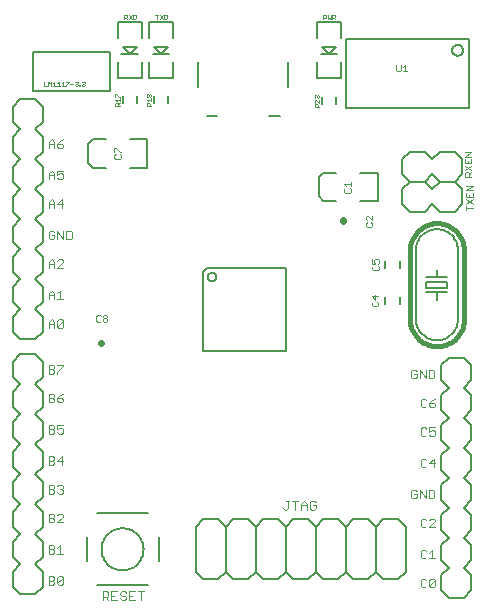
<source format=gto>
G75*
G70*
%OFA0B0*%
%FSLAX24Y24*%
%IPPOS*%
%LPD*%
%AMOC8*
5,1,8,0,0,1.08239X$1,22.5*
%
%ADD10C,0.0030*%
%ADD11C,0.0060*%
%ADD12C,0.0160*%
%ADD13C,0.0020*%
%ADD14C,0.0010*%
%ADD15C,0.0080*%
%ADD16C,0.0220*%
D10*
X001676Y000956D02*
X001821Y000956D01*
X001870Y001004D01*
X001870Y001053D01*
X001821Y001101D01*
X001676Y001101D01*
X001676Y000956D02*
X001676Y001246D01*
X001821Y001246D01*
X001870Y001198D01*
X001870Y001150D01*
X001821Y001101D01*
X001971Y001004D02*
X002164Y001198D01*
X002164Y001004D01*
X002116Y000956D01*
X002019Y000956D01*
X001971Y001004D01*
X001971Y001198D01*
X002019Y001246D01*
X002116Y001246D01*
X002164Y001198D01*
X002164Y001996D02*
X001971Y001996D01*
X002067Y001996D02*
X002067Y002286D01*
X001971Y002190D01*
X001870Y002190D02*
X001821Y002141D01*
X001676Y002141D01*
X001676Y001996D02*
X001821Y001996D01*
X001870Y002044D01*
X001870Y002093D01*
X001821Y002141D01*
X001870Y002190D02*
X001870Y002238D01*
X001821Y002286D01*
X001676Y002286D01*
X001676Y001996D01*
X001676Y003036D02*
X001821Y003036D01*
X001870Y003084D01*
X001870Y003133D01*
X001821Y003181D01*
X001676Y003181D01*
X001676Y003036D02*
X001676Y003326D01*
X001821Y003326D01*
X001870Y003278D01*
X001870Y003230D01*
X001821Y003181D01*
X001971Y003278D02*
X002019Y003326D01*
X002116Y003326D01*
X002164Y003278D01*
X002164Y003230D01*
X001971Y003036D01*
X002164Y003036D01*
X002116Y003996D02*
X002019Y003996D01*
X001971Y004044D01*
X001870Y004044D02*
X001870Y004093D01*
X001821Y004141D01*
X001676Y004141D01*
X001676Y003996D02*
X001821Y003996D01*
X001870Y004044D01*
X001821Y004141D02*
X001870Y004190D01*
X001870Y004238D01*
X001821Y004286D01*
X001676Y004286D01*
X001676Y003996D01*
X001971Y004238D02*
X002019Y004286D01*
X002116Y004286D01*
X002164Y004238D01*
X002164Y004190D01*
X002116Y004141D01*
X002164Y004093D01*
X002164Y004044D01*
X002116Y003996D01*
X002116Y004141D02*
X002067Y004141D01*
X002116Y004956D02*
X002116Y005246D01*
X001971Y005101D01*
X002164Y005101D01*
X001870Y005053D02*
X001870Y005004D01*
X001821Y004956D01*
X001676Y004956D01*
X001676Y005246D01*
X001821Y005246D01*
X001870Y005198D01*
X001870Y005150D01*
X001821Y005101D01*
X001676Y005101D01*
X001821Y005101D02*
X001870Y005053D01*
X001821Y005996D02*
X001676Y005996D01*
X001676Y006286D01*
X001821Y006286D01*
X001870Y006238D01*
X001870Y006190D01*
X001821Y006141D01*
X001676Y006141D01*
X001821Y006141D02*
X001870Y006093D01*
X001870Y006044D01*
X001821Y005996D01*
X001971Y006044D02*
X002019Y005996D01*
X002116Y005996D01*
X002164Y006044D01*
X002164Y006141D01*
X002116Y006190D01*
X002067Y006190D01*
X001971Y006141D01*
X001971Y006286D01*
X002164Y006286D01*
X002116Y007036D02*
X002164Y007084D01*
X002164Y007133D01*
X002116Y007181D01*
X001971Y007181D01*
X001971Y007084D01*
X002019Y007036D01*
X002116Y007036D01*
X001971Y007181D02*
X002067Y007278D01*
X002164Y007326D01*
X001870Y007278D02*
X001870Y007230D01*
X001821Y007181D01*
X001676Y007181D01*
X001676Y007036D02*
X001676Y007326D01*
X001821Y007326D01*
X001870Y007278D01*
X001821Y007181D02*
X001870Y007133D01*
X001870Y007084D01*
X001821Y007036D01*
X001676Y007036D01*
X001676Y007996D02*
X001821Y007996D01*
X001870Y008044D01*
X001870Y008093D01*
X001821Y008141D01*
X001676Y008141D01*
X001676Y007996D02*
X001676Y008286D01*
X001821Y008286D01*
X001870Y008238D01*
X001870Y008190D01*
X001821Y008141D01*
X001971Y008044D02*
X001971Y007996D01*
X001971Y008044D02*
X002164Y008238D01*
X002164Y008286D01*
X001971Y008286D01*
X002019Y009516D02*
X001971Y009564D01*
X002164Y009758D01*
X002164Y009564D01*
X002116Y009516D01*
X002019Y009516D01*
X001971Y009564D02*
X001971Y009758D01*
X002019Y009806D01*
X002116Y009806D01*
X002164Y009758D01*
X001870Y009710D02*
X001870Y009516D01*
X001870Y009661D02*
X001676Y009661D01*
X001676Y009710D02*
X001773Y009806D01*
X001870Y009710D01*
X001676Y009710D02*
X001676Y009516D01*
X001676Y010476D02*
X001676Y010670D01*
X001773Y010766D01*
X001870Y010670D01*
X001870Y010476D01*
X001971Y010476D02*
X002164Y010476D01*
X002067Y010476D02*
X002067Y010766D01*
X001971Y010670D01*
X001870Y010621D02*
X001676Y010621D01*
X001676Y011516D02*
X001676Y011710D01*
X001773Y011806D01*
X001870Y011710D01*
X001870Y011516D01*
X001971Y011516D02*
X002164Y011710D01*
X002164Y011758D01*
X002116Y011806D01*
X002019Y011806D01*
X001971Y011758D01*
X001870Y011661D02*
X001676Y011661D01*
X001971Y011516D02*
X002164Y011516D01*
X002164Y012476D02*
X002164Y012766D01*
X002265Y012766D02*
X002411Y012766D01*
X002459Y012718D01*
X002459Y012524D01*
X002411Y012476D01*
X002265Y012476D01*
X002265Y012766D01*
X001971Y012766D02*
X001971Y012476D01*
X001870Y012524D02*
X001870Y012621D01*
X001773Y012621D01*
X001870Y012524D02*
X001821Y012476D01*
X001724Y012476D01*
X001676Y012524D01*
X001676Y012718D01*
X001724Y012766D01*
X001821Y012766D01*
X001870Y012718D01*
X001971Y012766D02*
X002164Y012476D01*
X002116Y013516D02*
X002116Y013806D01*
X001971Y013661D01*
X002164Y013661D01*
X001870Y013661D02*
X001676Y013661D01*
X001676Y013710D02*
X001773Y013806D01*
X001870Y013710D01*
X001870Y013516D01*
X001676Y013516D02*
X001676Y013710D01*
X001676Y014476D02*
X001676Y014670D01*
X001773Y014766D01*
X001870Y014670D01*
X001870Y014476D01*
X001971Y014524D02*
X002019Y014476D01*
X002116Y014476D01*
X002164Y014524D01*
X002164Y014621D01*
X002116Y014670D01*
X002067Y014670D01*
X001971Y014621D01*
X001971Y014766D01*
X002164Y014766D01*
X001870Y014621D02*
X001676Y014621D01*
X001676Y015516D02*
X001676Y015710D01*
X001773Y015806D01*
X001870Y015710D01*
X001870Y015516D01*
X001971Y015564D02*
X002019Y015516D01*
X002116Y015516D01*
X002164Y015564D01*
X002164Y015613D01*
X002116Y015661D01*
X001971Y015661D01*
X001971Y015564D01*
X001971Y015661D02*
X002067Y015758D01*
X002164Y015806D01*
X001870Y015661D02*
X001676Y015661D01*
X009594Y003756D02*
X009691Y003756D01*
X009643Y003756D02*
X009643Y003514D01*
X009594Y003466D01*
X009546Y003466D01*
X009498Y003514D01*
X009792Y003756D02*
X009986Y003756D01*
X009889Y003756D02*
X009889Y003466D01*
X010087Y003466D02*
X010087Y003660D01*
X010184Y003756D01*
X010280Y003660D01*
X010280Y003466D01*
X010381Y003514D02*
X010430Y003466D01*
X010527Y003466D01*
X010575Y003514D01*
X010575Y003611D01*
X010478Y003611D01*
X010381Y003708D02*
X010381Y003514D01*
X010280Y003611D02*
X010087Y003611D01*
X010381Y003708D02*
X010430Y003756D01*
X010527Y003756D01*
X010575Y003708D01*
X013756Y003884D02*
X013804Y003836D01*
X013901Y003836D01*
X013950Y003884D01*
X013950Y003981D01*
X013853Y003981D01*
X013756Y004078D02*
X013756Y003884D01*
X013756Y004078D02*
X013804Y004126D01*
X013901Y004126D01*
X013950Y004078D01*
X014051Y004126D02*
X014244Y003836D01*
X014244Y004126D01*
X014345Y004126D02*
X014491Y004126D01*
X014539Y004078D01*
X014539Y003884D01*
X014491Y003836D01*
X014345Y003836D01*
X014345Y004126D01*
X014051Y004126D02*
X014051Y003836D01*
X014124Y003166D02*
X014076Y003118D01*
X014076Y002924D01*
X014124Y002876D01*
X014221Y002876D01*
X014270Y002924D01*
X014371Y002876D02*
X014564Y003070D01*
X014564Y003118D01*
X014516Y003166D01*
X014419Y003166D01*
X014371Y003118D01*
X014270Y003118D02*
X014221Y003166D01*
X014124Y003166D01*
X014371Y002876D02*
X014564Y002876D01*
X014467Y002126D02*
X014467Y001836D01*
X014371Y001836D02*
X014564Y001836D01*
X014371Y002030D02*
X014467Y002126D01*
X014270Y002078D02*
X014221Y002126D01*
X014124Y002126D01*
X014076Y002078D01*
X014076Y001884D01*
X014124Y001836D01*
X014221Y001836D01*
X014270Y001884D01*
X014221Y001166D02*
X014124Y001166D01*
X014076Y001118D01*
X014076Y000924D01*
X014124Y000876D01*
X014221Y000876D01*
X014270Y000924D01*
X014371Y000924D02*
X014371Y001118D01*
X014419Y001166D01*
X014516Y001166D01*
X014564Y001118D01*
X014371Y000924D01*
X014419Y000876D01*
X014516Y000876D01*
X014564Y000924D01*
X014564Y001118D01*
X014270Y001118D02*
X014221Y001166D01*
X014221Y004876D02*
X014124Y004876D01*
X014076Y004924D01*
X014076Y005118D01*
X014124Y005166D01*
X014221Y005166D01*
X014270Y005118D01*
X014371Y005021D02*
X014564Y005021D01*
X014516Y004876D02*
X014516Y005166D01*
X014371Y005021D01*
X014270Y004924D02*
X014221Y004876D01*
X014221Y005916D02*
X014124Y005916D01*
X014076Y005964D01*
X014076Y006158D01*
X014124Y006206D01*
X014221Y006206D01*
X014270Y006158D01*
X014371Y006206D02*
X014371Y006061D01*
X014467Y006110D01*
X014516Y006110D01*
X014564Y006061D01*
X014564Y005964D01*
X014516Y005916D01*
X014419Y005916D01*
X014371Y005964D01*
X014270Y005964D02*
X014221Y005916D01*
X014371Y006206D02*
X014564Y006206D01*
X014516Y006876D02*
X014419Y006876D01*
X014371Y006924D01*
X014371Y007021D01*
X014516Y007021D01*
X014564Y006973D01*
X014564Y006924D01*
X014516Y006876D01*
X014371Y007021D02*
X014467Y007118D01*
X014564Y007166D01*
X014270Y007118D02*
X014221Y007166D01*
X014124Y007166D01*
X014076Y007118D01*
X014076Y006924D01*
X014124Y006876D01*
X014221Y006876D01*
X014270Y006924D01*
X014244Y007836D02*
X014244Y008126D01*
X014345Y008126D02*
X014345Y007836D01*
X014491Y007836D01*
X014539Y007884D01*
X014539Y008078D01*
X014491Y008126D01*
X014345Y008126D01*
X014051Y008126D02*
X014244Y007836D01*
X014051Y007836D02*
X014051Y008126D01*
X013950Y008078D02*
X013901Y008126D01*
X013804Y008126D01*
X013756Y008078D01*
X013756Y007884D01*
X013804Y007836D01*
X013901Y007836D01*
X013950Y007884D01*
X013950Y007981D01*
X013853Y007981D01*
X004848Y000746D02*
X004655Y000746D01*
X004751Y000746D02*
X004751Y000456D01*
X004554Y000456D02*
X004360Y000456D01*
X004360Y000746D01*
X004554Y000746D01*
X004457Y000601D02*
X004360Y000601D01*
X004259Y000553D02*
X004259Y000504D01*
X004211Y000456D01*
X004114Y000456D01*
X004065Y000504D01*
X004114Y000601D02*
X004065Y000650D01*
X004065Y000698D01*
X004114Y000746D01*
X004211Y000746D01*
X004259Y000698D01*
X004211Y000601D02*
X004259Y000553D01*
X004211Y000601D02*
X004114Y000601D01*
X003964Y000456D02*
X003771Y000456D01*
X003771Y000746D01*
X003964Y000746D01*
X003867Y000601D02*
X003771Y000601D01*
X003670Y000601D02*
X003670Y000698D01*
X003621Y000746D01*
X003476Y000746D01*
X003476Y000456D01*
X003476Y000553D02*
X003621Y000553D01*
X003670Y000601D01*
X003573Y000553D02*
X003670Y000456D01*
D11*
X006581Y001391D02*
X006581Y002891D01*
X006831Y003141D01*
X007331Y003141D01*
X007581Y002891D01*
X007581Y001391D01*
X007831Y001141D01*
X008331Y001141D01*
X008581Y001391D01*
X008581Y002891D01*
X008831Y003141D01*
X009331Y003141D01*
X009581Y002891D01*
X009581Y001391D01*
X009831Y001141D01*
X010331Y001141D01*
X010581Y001391D01*
X010581Y002891D01*
X010831Y003141D01*
X011331Y003141D01*
X011581Y002891D01*
X011581Y001391D01*
X011831Y001141D01*
X012331Y001141D01*
X012581Y001391D01*
X012831Y001141D01*
X013331Y001141D01*
X013581Y001391D01*
X013581Y002891D01*
X013331Y003141D01*
X012831Y003141D01*
X012581Y002891D01*
X012581Y001391D01*
X011581Y001391D02*
X011331Y001141D01*
X010831Y001141D01*
X010581Y001391D01*
X009581Y001391D02*
X009331Y001141D01*
X008831Y001141D01*
X008581Y001391D01*
X007581Y001391D02*
X007331Y001141D01*
X006831Y001141D01*
X006581Y001391D01*
X007581Y002891D02*
X007831Y003141D01*
X008331Y003141D01*
X008581Y002891D01*
X009581Y002891D02*
X009831Y003141D01*
X010331Y003141D01*
X010581Y002891D01*
X011581Y002891D02*
X011831Y003141D01*
X012331Y003141D01*
X012581Y002891D01*
X009581Y008761D02*
X006821Y008761D01*
X006821Y011381D01*
X006961Y011521D01*
X009581Y011521D01*
X009581Y008761D01*
X006980Y011221D02*
X006982Y011244D01*
X006988Y011267D01*
X006997Y011288D01*
X007010Y011308D01*
X007026Y011325D01*
X007044Y011339D01*
X007064Y011350D01*
X007086Y011358D01*
X007109Y011362D01*
X007133Y011362D01*
X007156Y011358D01*
X007178Y011350D01*
X007198Y011339D01*
X007216Y011325D01*
X007232Y011308D01*
X007245Y011288D01*
X007254Y011267D01*
X007260Y011244D01*
X007262Y011221D01*
X007260Y011198D01*
X007254Y011175D01*
X007245Y011154D01*
X007232Y011134D01*
X007216Y011117D01*
X007198Y011103D01*
X007178Y011092D01*
X007156Y011084D01*
X007133Y011080D01*
X007109Y011080D01*
X007086Y011084D01*
X007064Y011092D01*
X007044Y011103D01*
X007026Y011117D01*
X007010Y011134D01*
X006997Y011154D01*
X006988Y011175D01*
X006982Y011198D01*
X006980Y011221D01*
X005657Y017023D02*
X005657Y017259D01*
X005185Y017259D02*
X005185Y017023D01*
X004617Y017023D02*
X004617Y017259D01*
X004145Y017259D02*
X004145Y017023D01*
X010785Y016983D02*
X010785Y017219D01*
X011257Y017219D02*
X011257Y016983D01*
X011594Y016860D02*
X011594Y019163D01*
X015688Y019163D01*
X015688Y016860D01*
X011594Y016860D01*
X015123Y018779D02*
X015125Y018805D01*
X015131Y018831D01*
X015140Y018856D01*
X015153Y018879D01*
X015169Y018900D01*
X015188Y018918D01*
X015210Y018934D01*
X015233Y018946D01*
X015258Y018954D01*
X015284Y018959D01*
X015311Y018960D01*
X015337Y018957D01*
X015362Y018950D01*
X015387Y018940D01*
X015409Y018926D01*
X015430Y018909D01*
X015447Y018890D01*
X015462Y018868D01*
X015473Y018844D01*
X015481Y018818D01*
X015485Y018792D01*
X015485Y018766D01*
X015481Y018740D01*
X015473Y018714D01*
X015462Y018690D01*
X015447Y018668D01*
X015430Y018649D01*
X015409Y018632D01*
X015387Y018618D01*
X015362Y018608D01*
X015337Y018601D01*
X015311Y018598D01*
X015284Y018599D01*
X015258Y018604D01*
X015233Y018612D01*
X015210Y018624D01*
X015188Y018640D01*
X015169Y018658D01*
X015153Y018679D01*
X015140Y018702D01*
X015131Y018727D01*
X015125Y018753D01*
X015123Y018779D01*
X015321Y012111D02*
X015321Y009811D01*
X014971Y010711D02*
X014621Y010711D01*
X014621Y010461D01*
X014621Y010711D02*
X014271Y010711D01*
X014271Y010861D02*
X014971Y010861D01*
X014971Y011061D01*
X014271Y011061D01*
X014271Y010861D01*
X014271Y011211D02*
X014621Y011211D01*
X014621Y011461D01*
X014621Y011211D02*
X014971Y011211D01*
X015321Y012111D02*
X015319Y012162D01*
X015314Y012213D01*
X015304Y012263D01*
X015291Y012313D01*
X015275Y012361D01*
X015255Y012408D01*
X015231Y012454D01*
X015205Y012497D01*
X015175Y012539D01*
X015142Y012578D01*
X015107Y012615D01*
X015069Y012649D01*
X015028Y012680D01*
X014986Y012709D01*
X014941Y012734D01*
X014895Y012755D01*
X014847Y012774D01*
X014798Y012788D01*
X014748Y012799D01*
X014698Y012807D01*
X014647Y012811D01*
X014595Y012811D01*
X014544Y012807D01*
X014494Y012799D01*
X014444Y012788D01*
X014395Y012774D01*
X014347Y012755D01*
X014301Y012734D01*
X014256Y012709D01*
X014214Y012680D01*
X014173Y012649D01*
X014135Y012615D01*
X014100Y012578D01*
X014067Y012539D01*
X014037Y012497D01*
X014011Y012454D01*
X013987Y012408D01*
X013967Y012361D01*
X013951Y012313D01*
X013938Y012263D01*
X013928Y012213D01*
X013923Y012162D01*
X013921Y012111D01*
X013921Y009811D01*
X013377Y010323D02*
X013377Y010559D01*
X012905Y010559D02*
X012905Y010323D01*
X012905Y011513D02*
X012905Y011749D01*
X013377Y011749D02*
X013377Y011513D01*
X013921Y009811D02*
X013923Y009760D01*
X013928Y009709D01*
X013938Y009659D01*
X013951Y009609D01*
X013967Y009561D01*
X013987Y009514D01*
X014011Y009468D01*
X014037Y009425D01*
X014067Y009383D01*
X014100Y009344D01*
X014135Y009307D01*
X014173Y009273D01*
X014214Y009242D01*
X014256Y009213D01*
X014301Y009188D01*
X014347Y009167D01*
X014395Y009148D01*
X014444Y009134D01*
X014494Y009123D01*
X014544Y009115D01*
X014595Y009111D01*
X014647Y009111D01*
X014698Y009115D01*
X014748Y009123D01*
X014798Y009134D01*
X014847Y009148D01*
X014895Y009167D01*
X014941Y009188D01*
X014986Y009213D01*
X015028Y009242D01*
X015069Y009273D01*
X015107Y009307D01*
X015142Y009344D01*
X015175Y009383D01*
X015205Y009425D01*
X015231Y009468D01*
X015255Y009514D01*
X015275Y009561D01*
X015291Y009609D01*
X015304Y009659D01*
X015314Y009709D01*
X015319Y009760D01*
X015321Y009811D01*
D12*
X015521Y009811D02*
X015521Y012111D01*
X015519Y012170D01*
X015513Y012228D01*
X015504Y012287D01*
X015490Y012344D01*
X015473Y012400D01*
X015452Y012455D01*
X015428Y012509D01*
X015400Y012561D01*
X015369Y012611D01*
X015335Y012659D01*
X015298Y012704D01*
X015257Y012747D01*
X015214Y012788D01*
X015169Y012825D01*
X015121Y012859D01*
X015071Y012890D01*
X015019Y012918D01*
X014965Y012942D01*
X014910Y012963D01*
X014854Y012980D01*
X014797Y012994D01*
X014738Y013003D01*
X014680Y013009D01*
X014621Y013011D01*
X014562Y013009D01*
X014504Y013003D01*
X014445Y012994D01*
X014388Y012980D01*
X014332Y012963D01*
X014277Y012942D01*
X014223Y012918D01*
X014171Y012890D01*
X014121Y012859D01*
X014073Y012825D01*
X014028Y012788D01*
X013985Y012747D01*
X013944Y012704D01*
X013907Y012659D01*
X013873Y012611D01*
X013842Y012561D01*
X013814Y012509D01*
X013790Y012455D01*
X013769Y012400D01*
X013752Y012344D01*
X013738Y012287D01*
X013729Y012228D01*
X013723Y012170D01*
X013721Y012111D01*
X013721Y009811D01*
X013723Y009752D01*
X013729Y009694D01*
X013738Y009635D01*
X013752Y009578D01*
X013769Y009522D01*
X013790Y009467D01*
X013814Y009413D01*
X013842Y009361D01*
X013873Y009311D01*
X013907Y009263D01*
X013944Y009218D01*
X013985Y009175D01*
X014028Y009134D01*
X014073Y009097D01*
X014121Y009063D01*
X014171Y009032D01*
X014223Y009004D01*
X014277Y008980D01*
X014332Y008959D01*
X014388Y008942D01*
X014445Y008928D01*
X014504Y008919D01*
X014562Y008913D01*
X014621Y008911D01*
X014680Y008913D01*
X014738Y008919D01*
X014797Y008928D01*
X014854Y008942D01*
X014910Y008959D01*
X014965Y008980D01*
X015019Y009004D01*
X015071Y009032D01*
X015121Y009063D01*
X015169Y009097D01*
X015214Y009134D01*
X015257Y009175D01*
X015298Y009218D01*
X015335Y009263D01*
X015369Y009311D01*
X015400Y009361D01*
X015428Y009413D01*
X015452Y009467D01*
X015473Y009522D01*
X015490Y009578D01*
X015504Y009635D01*
X015513Y009694D01*
X015519Y009752D01*
X015521Y009811D01*
D13*
X012671Y010278D02*
X012671Y010351D01*
X012634Y010388D01*
X012561Y010462D02*
X012561Y010609D01*
X012451Y010572D02*
X012561Y010462D01*
X012488Y010388D02*
X012451Y010351D01*
X012451Y010278D01*
X012488Y010241D01*
X012634Y010241D01*
X012671Y010278D01*
X012671Y010572D02*
X012451Y010572D01*
X012498Y011441D02*
X012644Y011441D01*
X012681Y011478D01*
X012681Y011551D01*
X012644Y011588D01*
X012644Y011662D02*
X012681Y011699D01*
X012681Y011772D01*
X012644Y011809D01*
X012571Y011809D01*
X012534Y011772D01*
X012534Y011735D01*
X012571Y011662D01*
X012461Y011662D01*
X012461Y011809D01*
X012498Y011588D02*
X012461Y011551D01*
X012461Y011478D01*
X012498Y011441D01*
X012434Y012891D02*
X012288Y012891D01*
X012251Y012928D01*
X012251Y013001D01*
X012288Y013038D01*
X012288Y013112D02*
X012251Y013149D01*
X012251Y013222D01*
X012288Y013259D01*
X012324Y013259D01*
X012471Y013112D01*
X012471Y013259D01*
X012434Y013038D02*
X012471Y013001D01*
X012471Y012928D01*
X012434Y012891D01*
X011711Y014031D02*
X011747Y014068D01*
X011747Y014141D01*
X011711Y014178D01*
X011747Y014252D02*
X011747Y014399D01*
X011747Y014325D02*
X011527Y014325D01*
X011601Y014252D01*
X011564Y014178D02*
X011527Y014141D01*
X011527Y014068D01*
X011564Y014031D01*
X011711Y014031D01*
X013306Y018081D02*
X013379Y018081D01*
X013416Y018118D01*
X013416Y018301D01*
X013490Y018228D02*
X013564Y018301D01*
X013564Y018081D01*
X013637Y018081D02*
X013490Y018081D01*
X013306Y018081D02*
X013269Y018118D01*
X013269Y018301D01*
X015551Y015371D02*
X015771Y015371D01*
X015551Y015224D01*
X015771Y015224D01*
X015771Y015150D02*
X015771Y015003D01*
X015551Y015003D01*
X015551Y015150D01*
X015661Y015076D02*
X015661Y015003D01*
X015551Y014929D02*
X015771Y014782D01*
X015771Y014708D02*
X015698Y014634D01*
X015698Y014671D02*
X015698Y014561D01*
X015771Y014561D02*
X015551Y014561D01*
X015551Y014671D01*
X015588Y014708D01*
X015661Y014708D01*
X015698Y014671D01*
X015551Y014782D02*
X015771Y014929D01*
X015811Y014251D02*
X015591Y014251D01*
X015591Y014104D02*
X015811Y014251D01*
X015811Y014104D02*
X015591Y014104D01*
X015591Y014030D02*
X015591Y013883D01*
X015811Y013883D01*
X015811Y014030D01*
X015701Y013956D02*
X015701Y013883D01*
X015591Y013809D02*
X015811Y013662D01*
X015811Y013809D02*
X015591Y013662D01*
X015591Y013588D02*
X015591Y013441D01*
X015591Y013514D02*
X015811Y013514D01*
X004091Y015198D02*
X004091Y015271D01*
X004054Y015308D01*
X004054Y015382D02*
X004091Y015382D01*
X004054Y015382D02*
X003908Y015529D01*
X003871Y015529D01*
X003871Y015382D01*
X003908Y015308D02*
X003871Y015271D01*
X003871Y015198D01*
X003908Y015161D01*
X004054Y015161D01*
X004091Y015198D01*
X003602Y009951D02*
X003529Y009951D01*
X003492Y009915D01*
X003492Y009878D01*
X003529Y009841D01*
X003602Y009841D01*
X003639Y009804D01*
X003639Y009768D01*
X003602Y009731D01*
X003529Y009731D01*
X003492Y009768D01*
X003492Y009804D01*
X003529Y009841D01*
X003602Y009841D02*
X003639Y009878D01*
X003639Y009915D01*
X003602Y009951D01*
X003418Y009915D02*
X003381Y009951D01*
X003308Y009951D01*
X003271Y009915D01*
X003271Y009768D01*
X003308Y009731D01*
X003381Y009731D01*
X003418Y009768D01*
D14*
X003901Y016926D02*
X003901Y017001D01*
X003926Y017026D01*
X003976Y017026D01*
X004001Y017001D01*
X004001Y016926D01*
X004051Y016926D02*
X003901Y016926D01*
X004001Y016976D02*
X004051Y017026D01*
X004051Y017073D02*
X004051Y017174D01*
X004051Y017221D02*
X004026Y017221D01*
X003926Y017321D01*
X003901Y017321D01*
X003901Y017221D01*
X003901Y017123D02*
X004051Y017123D01*
X003951Y017073D02*
X003901Y017123D01*
X002874Y017606D02*
X002849Y017581D01*
X002799Y017581D01*
X002774Y017606D01*
X002725Y017606D02*
X002725Y017581D01*
X002700Y017581D01*
X002700Y017606D01*
X002725Y017606D01*
X002653Y017606D02*
X002628Y017581D01*
X002578Y017581D01*
X002553Y017606D01*
X002506Y017656D02*
X002405Y017656D01*
X002358Y017706D02*
X002258Y017606D01*
X002258Y017581D01*
X002211Y017581D02*
X002111Y017581D01*
X002064Y017581D02*
X001964Y017581D01*
X001916Y017581D02*
X001816Y017581D01*
X001769Y017581D02*
X001769Y017731D01*
X001719Y017681D01*
X001669Y017731D01*
X001669Y017581D01*
X001622Y017581D02*
X001522Y017581D01*
X001522Y017731D01*
X001816Y017681D02*
X001866Y017731D01*
X001866Y017581D01*
X001964Y017681D02*
X002014Y017731D01*
X002014Y017581D01*
X002111Y017681D02*
X002161Y017731D01*
X002161Y017581D01*
X002258Y017731D02*
X002358Y017731D01*
X002358Y017706D01*
X002553Y017706D02*
X002578Y017731D01*
X002628Y017731D01*
X002653Y017706D01*
X002653Y017681D01*
X002628Y017656D01*
X002653Y017631D01*
X002653Y017606D01*
X002628Y017656D02*
X002603Y017656D01*
X002774Y017706D02*
X002799Y017731D01*
X002849Y017731D01*
X002874Y017706D01*
X002874Y017681D01*
X002849Y017656D01*
X002874Y017631D01*
X002874Y017606D01*
X002849Y017656D02*
X002824Y017656D01*
X004196Y019816D02*
X004196Y019966D01*
X004271Y019966D01*
X004296Y019941D01*
X004296Y019891D01*
X004271Y019866D01*
X004196Y019866D01*
X004246Y019866D02*
X004296Y019816D01*
X004343Y019816D02*
X004444Y019966D01*
X004491Y019966D02*
X004566Y019966D01*
X004591Y019941D01*
X004591Y019841D01*
X004566Y019816D01*
X004491Y019816D01*
X004491Y019966D01*
X004343Y019966D02*
X004444Y019816D01*
X005236Y019966D02*
X005336Y019966D01*
X005383Y019966D02*
X005484Y019816D01*
X005531Y019816D02*
X005606Y019816D01*
X005631Y019841D01*
X005631Y019941D01*
X005606Y019966D01*
X005531Y019966D01*
X005531Y019816D01*
X005383Y019816D02*
X005484Y019966D01*
X005286Y019966D02*
X005286Y019816D01*
X005066Y017321D02*
X005041Y017321D01*
X005016Y017296D01*
X005016Y017246D01*
X004991Y017221D01*
X004966Y017221D01*
X004941Y017246D01*
X004941Y017296D01*
X004966Y017321D01*
X004991Y017321D01*
X005016Y017296D01*
X005016Y017246D02*
X005041Y017221D01*
X005066Y017221D01*
X005091Y017246D01*
X005091Y017296D01*
X005066Y017321D01*
X005091Y017174D02*
X005091Y017073D01*
X005091Y017026D02*
X005041Y016976D01*
X005041Y017001D02*
X005041Y016926D01*
X005091Y016926D02*
X004941Y016926D01*
X004941Y017001D01*
X004966Y017026D01*
X005016Y017026D01*
X005041Y017001D01*
X004991Y017073D02*
X004941Y017123D01*
X005091Y017123D01*
X010541Y017108D02*
X010541Y017058D01*
X010566Y017033D01*
X010566Y016986D02*
X010616Y016986D01*
X010641Y016961D01*
X010641Y016886D01*
X010691Y016886D02*
X010541Y016886D01*
X010541Y016961D01*
X010566Y016986D01*
X010641Y016936D02*
X010691Y016986D01*
X010691Y017033D02*
X010591Y017134D01*
X010566Y017134D01*
X010541Y017108D01*
X010566Y017181D02*
X010541Y017206D01*
X010541Y017256D01*
X010566Y017281D01*
X010591Y017281D01*
X010616Y017256D01*
X010641Y017281D01*
X010666Y017281D01*
X010691Y017256D01*
X010691Y017206D01*
X010666Y017181D01*
X010691Y017134D02*
X010691Y017033D01*
X010616Y017231D02*
X010616Y017256D01*
X010836Y019816D02*
X010836Y019966D01*
X010911Y019966D01*
X010936Y019941D01*
X010936Y019891D01*
X010911Y019866D01*
X010836Y019866D01*
X010983Y019816D02*
X010983Y019966D01*
X011084Y019966D02*
X011084Y019816D01*
X011033Y019866D01*
X010983Y019816D01*
X011131Y019816D02*
X011131Y019966D01*
X011206Y019966D01*
X011231Y019941D01*
X011231Y019891D01*
X011206Y019866D01*
X011131Y019866D01*
X011181Y019866D02*
X011231Y019816D01*
D15*
X000481Y000891D02*
X000731Y000641D01*
X001231Y000641D01*
X001481Y000891D01*
X001481Y001391D01*
X001231Y001641D01*
X001481Y001891D01*
X001481Y002391D01*
X001231Y002641D01*
X001481Y002891D01*
X001481Y003391D01*
X001231Y003641D01*
X001481Y003891D01*
X001481Y004391D01*
X001231Y004641D01*
X001481Y004891D01*
X001481Y005391D01*
X001231Y005641D01*
X001481Y005891D01*
X001481Y006391D01*
X001231Y006641D01*
X001481Y006891D01*
X001481Y007391D01*
X001231Y007641D01*
X001481Y007891D01*
X001481Y008391D01*
X001231Y008641D01*
X000731Y008641D01*
X000481Y008391D01*
X000481Y007891D01*
X000731Y007641D01*
X000481Y007391D01*
X000481Y006891D01*
X000731Y006641D01*
X000481Y006391D01*
X000481Y005891D01*
X000731Y005641D01*
X000481Y005391D01*
X000481Y004891D01*
X000731Y004641D01*
X000481Y004391D01*
X000481Y003891D01*
X000731Y003641D01*
X000481Y003391D01*
X000481Y002891D01*
X000731Y002641D01*
X000481Y002391D01*
X000481Y001891D01*
X000731Y001641D01*
X000481Y001391D01*
X000481Y000891D01*
X002941Y001748D02*
X002941Y002541D01*
X003291Y003341D02*
X004991Y003341D01*
X005341Y002541D02*
X005341Y001736D01*
X004991Y000941D02*
X003291Y000941D01*
X003441Y002141D02*
X003443Y002193D01*
X003449Y002245D01*
X003459Y002297D01*
X003472Y002347D01*
X003489Y002397D01*
X003510Y002445D01*
X003535Y002491D01*
X003563Y002535D01*
X003594Y002577D01*
X003628Y002617D01*
X003665Y002654D01*
X003705Y002688D01*
X003747Y002719D01*
X003791Y002747D01*
X003837Y002772D01*
X003885Y002793D01*
X003935Y002810D01*
X003985Y002823D01*
X004037Y002833D01*
X004089Y002839D01*
X004141Y002841D01*
X004193Y002839D01*
X004245Y002833D01*
X004297Y002823D01*
X004347Y002810D01*
X004397Y002793D01*
X004445Y002772D01*
X004491Y002747D01*
X004535Y002719D01*
X004577Y002688D01*
X004617Y002654D01*
X004654Y002617D01*
X004688Y002577D01*
X004719Y002535D01*
X004747Y002491D01*
X004772Y002445D01*
X004793Y002397D01*
X004810Y002347D01*
X004823Y002297D01*
X004833Y002245D01*
X004839Y002193D01*
X004841Y002141D01*
X004839Y002089D01*
X004833Y002037D01*
X004823Y001985D01*
X004810Y001935D01*
X004793Y001885D01*
X004772Y001837D01*
X004747Y001791D01*
X004719Y001747D01*
X004688Y001705D01*
X004654Y001665D01*
X004617Y001628D01*
X004577Y001594D01*
X004535Y001563D01*
X004491Y001535D01*
X004445Y001510D01*
X004397Y001489D01*
X004347Y001472D01*
X004297Y001459D01*
X004245Y001449D01*
X004193Y001443D01*
X004141Y001441D01*
X004089Y001443D01*
X004037Y001449D01*
X003985Y001459D01*
X003935Y001472D01*
X003885Y001489D01*
X003837Y001510D01*
X003791Y001535D01*
X003747Y001563D01*
X003705Y001594D01*
X003665Y001628D01*
X003628Y001665D01*
X003594Y001705D01*
X003563Y001747D01*
X003535Y001791D01*
X003510Y001837D01*
X003489Y001885D01*
X003472Y001935D01*
X003459Y001985D01*
X003449Y002037D01*
X003443Y002089D01*
X003441Y002141D01*
X001231Y009141D02*
X000731Y009141D01*
X000481Y009391D01*
X000481Y009891D01*
X000731Y010141D01*
X000481Y010391D01*
X000481Y010891D01*
X000731Y011141D01*
X000481Y011391D01*
X000481Y011891D01*
X000731Y012141D01*
X000481Y012391D01*
X000481Y012891D01*
X000731Y013141D01*
X000481Y013391D01*
X000481Y013891D01*
X000731Y014141D01*
X000481Y014391D01*
X000481Y014891D01*
X000731Y015141D01*
X000481Y015391D01*
X000481Y015891D01*
X000731Y016141D01*
X000481Y016391D01*
X000481Y016891D01*
X000731Y017141D01*
X001231Y017141D01*
X001481Y016891D01*
X001481Y016391D01*
X001231Y016141D01*
X001481Y015891D01*
X001481Y015391D01*
X001231Y015141D01*
X001481Y014891D01*
X001481Y014391D01*
X001231Y014141D01*
X001481Y013891D01*
X001481Y013391D01*
X001231Y013141D01*
X001481Y012891D01*
X001481Y012391D01*
X001231Y012141D01*
X001481Y011891D01*
X001481Y011391D01*
X001231Y011141D01*
X001481Y010891D01*
X001481Y010391D01*
X001231Y010141D01*
X001481Y009891D01*
X001481Y009391D01*
X001231Y009141D01*
X003154Y014869D02*
X002997Y015026D01*
X002997Y015656D01*
X003154Y015814D01*
X003587Y015814D01*
X004375Y015814D02*
X004965Y015814D01*
X004965Y014869D01*
X004375Y014869D01*
X003587Y014869D02*
X003154Y014869D01*
X003721Y017421D02*
X001141Y017421D01*
X001141Y018721D01*
X003721Y018721D01*
X003721Y017421D01*
X003987Y017836D02*
X003987Y018387D01*
X004106Y018663D02*
X004381Y018663D01*
X004145Y018899D01*
X004617Y018899D01*
X004381Y018663D01*
X004657Y018663D01*
X004775Y018387D02*
X004775Y017836D01*
X003987Y017836D01*
X005027Y017836D02*
X005027Y018387D01*
X005146Y018663D02*
X005421Y018663D01*
X005185Y018899D01*
X005657Y018899D01*
X005421Y018663D01*
X005697Y018663D01*
X005815Y018387D02*
X005815Y017836D01*
X005027Y017836D01*
X005027Y019175D02*
X005027Y019726D01*
X005815Y019726D01*
X005815Y019175D01*
X006665Y018393D02*
X006665Y017566D01*
X006941Y016582D02*
X007295Y016582D01*
X009027Y016582D02*
X009382Y016582D01*
X009657Y017566D02*
X009657Y018393D01*
X010627Y018387D02*
X010627Y017836D01*
X011415Y017836D01*
X011415Y018387D01*
X011297Y018663D02*
X011021Y018663D01*
X010785Y018899D01*
X011257Y018899D01*
X011021Y018663D01*
X010746Y018663D01*
X010627Y019175D02*
X010627Y019726D01*
X011415Y019726D01*
X011415Y019175D01*
X013711Y015401D02*
X013461Y015151D01*
X013461Y014651D01*
X013711Y014401D01*
X014211Y014401D01*
X014461Y014651D01*
X014711Y014401D01*
X015211Y014401D01*
X015461Y014651D01*
X015461Y015151D01*
X015211Y015401D01*
X014711Y015401D01*
X014461Y015151D01*
X014211Y015401D01*
X013711Y015401D01*
X013711Y014401D02*
X013461Y014151D01*
X013461Y013651D01*
X013711Y013401D01*
X014211Y013401D01*
X014461Y013651D01*
X014711Y013401D01*
X015211Y013401D01*
X015461Y013651D01*
X015461Y014151D01*
X015211Y014401D01*
X014711Y014401D01*
X014461Y014151D01*
X014211Y014401D01*
X013711Y014401D01*
X012645Y014694D02*
X012645Y013749D01*
X012055Y013749D01*
X011267Y013749D02*
X010834Y013749D01*
X010677Y013906D01*
X010677Y014536D01*
X010834Y014694D01*
X011267Y014694D01*
X012055Y014694D02*
X012645Y014694D01*
X015011Y008521D02*
X015511Y008521D01*
X015761Y008271D01*
X015761Y007771D01*
X015511Y007521D01*
X015761Y007271D01*
X015761Y006771D01*
X015511Y006521D01*
X015761Y006271D01*
X015761Y005771D01*
X015511Y005521D01*
X015761Y005271D01*
X015761Y004771D01*
X015511Y004521D01*
X015761Y004271D01*
X015761Y003771D01*
X015511Y003521D01*
X015761Y003271D01*
X015761Y002771D01*
X015511Y002521D01*
X015761Y002271D01*
X015761Y001771D01*
X015511Y001521D01*
X015761Y001271D01*
X015761Y000771D01*
X015511Y000521D01*
X015011Y000521D01*
X014761Y000771D01*
X014761Y001271D01*
X015011Y001521D01*
X014761Y001771D01*
X014761Y002271D01*
X015011Y002521D01*
X014761Y002771D01*
X014761Y003271D01*
X015011Y003521D01*
X014761Y003771D01*
X014761Y004271D01*
X015011Y004521D01*
X014761Y004771D01*
X014761Y005271D01*
X015011Y005521D01*
X014761Y005771D01*
X014761Y006271D01*
X015011Y006521D01*
X014761Y006771D01*
X014761Y007271D01*
X015011Y007521D01*
X014761Y007771D01*
X014761Y008271D01*
X015011Y008521D01*
X004775Y019175D02*
X004775Y019726D01*
X003987Y019726D01*
X003987Y019175D01*
D16*
X011501Y013113D02*
X011501Y013089D01*
X003433Y009021D02*
X003409Y009021D01*
M02*

</source>
